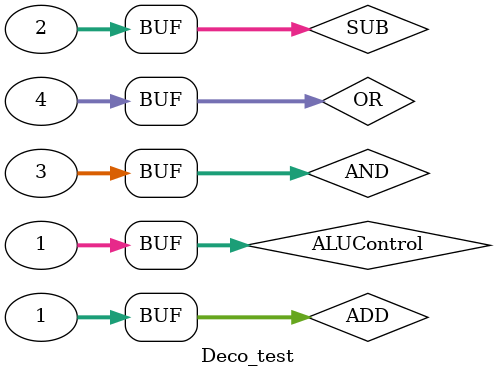
<source format=v>
`timescale 1ns / 1ps


module Deco_test;

	// Inputs
	reg[31:0] ADD;
	reg[31:0] SUB;
	reg[31:0] AND;
	reg[31:0] OR;
	reg[31:0] ALUControl;

	// Outputs
	wire[31:0] Result;

	// Instantiate the Unit Under Test (UUT)
	Deco uut (
		.ADD(ADD), 
		.SUB(SUB), 
		.AND(AND), 
		.OR(OR), 
		.ALUControl(ALUControl), 
		.Result(Result)
	);

	initial begin
		// Initialize Inputs
		ADD = 1;
		SUB = 2;
		AND = 3;
		OR = 4;
		ALUControl = 0;

		// Wait 100 ns for global reset to finish
		#10;
        
		// Add stimulus here
      #10; ALUControl = 1;
		 #10; ALUControl = 2;
		  #10; ALUControl = 3;
		   #10; ALUControl = 1;
	end
      
endmodule


</source>
